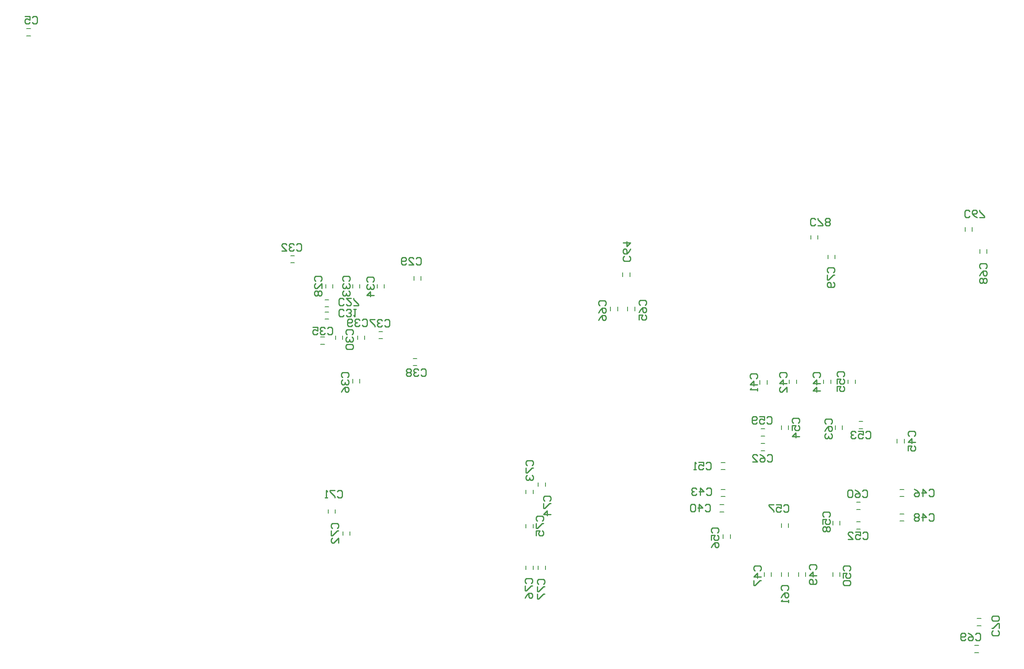
<source format=gbo>
%FSLAX44Y44*%
%MOMM*%
G71*
G01*
G75*
G04 Layer_Color=32896*
%ADD10R,2.0000X1.8000*%
%ADD11R,2.0000X3.5000*%
%ADD12R,1.5000X2.0000*%
%ADD13R,1.2000X2.0000*%
%ADD14R,1.0000X2.0000*%
%ADD15R,0.7000X2.0000*%
%ADD16O,2.1000X0.4500*%
%ADD17R,1.7000X1.1000*%
%ADD18R,2.0000X3.3000*%
%ADD19R,2.0000X2.5000*%
%ADD20R,0.5000X3.1000*%
%ADD21O,0.2500X1.5500*%
%ADD22O,1.5500X0.2500*%
%ADD23O,1.7000X0.3500*%
%ADD24R,1.5500X0.5500*%
%ADD25R,1.2000X1.2000*%
%ADD26R,2.1000X1.4000*%
%ADD27O,2.5400X0.3000*%
%ADD28O,0.3000X2.5400*%
%ADD29R,1.5500X0.4500*%
%ADD30R,1.1000X1.7000*%
%ADD31R,1.4000X2.1000*%
%ADD32R,1.2000X1.2000*%
%ADD33C,0.1500*%
%ADD34C,1.5240*%
%ADD35C,4.5000*%
%ADD36R,1.6000X1.6000*%
%ADD37C,1.6000*%
%ADD38C,1.6900*%
%ADD39R,1.6900X1.6900*%
%ADD40C,4.7600*%
%ADD41O,1.5240X4.3180*%
%ADD42O,4.0640X1.5240*%
%ADD43O,1.5240X4.0640*%
%ADD44C,1.5000*%
%ADD45R,1.5000X1.5000*%
%ADD46R,1.5000X1.5000*%
%ADD47C,1.2000*%
%ADD48R,1.2500X1.2500*%
%ADD49C,1.3500*%
%ADD50C,0.7100*%
%ADD51C,1.0160*%
%ADD52C,0.2540*%
%ADD53C,2.0160*%
%ADD54C,2.2060*%
%ADD55C,4.2160*%
%ADD56C,1.9160*%
%ADD57C,2.0160*%
G04:AMPARAMS|DCode=58|XSize=2.524mm|YSize=2.524mm|CornerRadius=0mm|HoleSize=0mm|Usage=FLASHONLY|Rotation=0.000|XOffset=0mm|YOffset=0mm|HoleType=Round|Shape=Relief|Width=0.254mm|Gap=0.254mm|Entries=4|*
%AMTHD58*
7,0,0,2.5240,2.0160,0.2540,45*
%
%ADD58THD58*%
G04:AMPARAMS|DCode=59|XSize=2.424mm|YSize=2.424mm|CornerRadius=0mm|HoleSize=0mm|Usage=FLASHONLY|Rotation=0.000|XOffset=0mm|YOffset=0mm|HoleType=Round|Shape=Relief|Width=0.254mm|Gap=0.254mm|Entries=4|*
%AMTHD59*
7,0,0,2.4240,1.9160,0.2540,45*
%
%ADD59THD59*%
%ADD60C,2.1060*%
%ADD61C,4.2760*%
%AMTHOVALD62*
21,1,2.7940,2.2860,0,0,270.0*
1,1,2.2860,0.0000,1.3970*
1,1,2.2860,0.0000,-1.3970*
21,0,2.7940,1.7780,0,0,270.0*
1,0,1.7780,0.0000,1.3970*
1,0,1.7780,0.0000,-1.3970*
4,0,4,-0.0898,1.3072,-0.8980,2.1154,-0.7184,2.2950,0.0898,1.4868,-0.0898,1.3072,0.0*
4,0,4,-0.0898,-1.4868,0.7184,-2.2950,0.8980,-2.1154,0.0898,-1.3072,-0.0898,-1.4868,0.0*
4,0,4,-0.0898,1.4868,0.7184,2.2950,0.8980,2.1154,0.0898,1.3072,-0.0898,1.4868,0.0*
4,0,4,-0.0898,-1.3072,-0.8980,-2.1154,-0.7184,-2.2950,0.0898,-1.4868,-0.0898,-1.3072,0.0*
%
%ADD62THOVALD62*%

%ADD63O,4.3180X1.7780*%
%ADD64O,1.7780X4.3180*%
%ADD65C,1.9160*%
G04:AMPARAMS|DCode=66|XSize=2.424mm|YSize=2.424mm|CornerRadius=0mm|HoleSize=0mm|Usage=FLASHONLY|Rotation=0.000|XOffset=0mm|YOffset=0mm|HoleType=Round|Shape=Relief|Width=0.254mm|Gap=0.254mm|Entries=4|*
%AMTHD66*
7,0,0,2.4240,1.9160,0.2540,45*
%
%ADD66THD66*%
%ADD67C,1.7660*%
%ADD68C,1.8160*%
G04:AMPARAMS|DCode=69|XSize=2.274mm|YSize=2.274mm|CornerRadius=0mm|HoleSize=0mm|Usage=FLASHONLY|Rotation=0.000|XOffset=0mm|YOffset=0mm|HoleType=Round|Shape=Relief|Width=0.254mm|Gap=0.254mm|Entries=4|*
%AMTHD69*
7,0,0,2.2740,1.7660,0.2540,45*
%
%ADD69THD69*%
G04:AMPARAMS|DCode=70|XSize=1.824mm|YSize=1.824mm|CornerRadius=0mm|HoleSize=0mm|Usage=FLASHONLY|Rotation=0.000|XOffset=0mm|YOffset=0mm|HoleType=Round|Shape=Relief|Width=0.254mm|Gap=0.254mm|Entries=4|*
%AMTHD70*
7,0,0,1.8240,1.3160,0.2540,45*
%
%ADD70THD70*%
%ADD71C,1.3160*%
G04:AMPARAMS|DCode=72|XSize=2.524mm|YSize=2.524mm|CornerRadius=0mm|HoleSize=0mm|Usage=FLASHONLY|Rotation=0.000|XOffset=0mm|YOffset=0mm|HoleType=Round|Shape=Relief|Width=0.254mm|Gap=0.254mm|Entries=4|*
%AMTHD72*
7,0,0,2.5240,2.0160,0.2540,45*
%
%ADD72THD72*%
G04:AMPARAMS|DCode=73|XSize=2.614mm|YSize=2.614mm|CornerRadius=0mm|HoleSize=0mm|Usage=FLASHONLY|Rotation=0.000|XOffset=0mm|YOffset=0mm|HoleType=Round|Shape=Relief|Width=0.254mm|Gap=0.254mm|Entries=4|*
%AMTHD73*
7,0,0,2.6140,2.1060,0.2540,45*
%
%ADD73THD73*%
G04:AMPARAMS|DCode=74|XSize=4.784mm|YSize=4.784mm|CornerRadius=0mm|HoleSize=0mm|Usage=FLASHONLY|Rotation=0.000|XOffset=0mm|YOffset=0mm|HoleType=Round|Shape=Relief|Width=0.254mm|Gap=0.254mm|Entries=4|*
%AMTHD74*
7,0,0,4.7840,4.2760,0.2540,45*
%
%ADD74THD74*%
%ADD75O,1.7780X4.5720*%
%AMTHOVALD76*
21,1,2.5400,2.2860,0,0,180.0*
1,1,2.2860,1.2700,0.0000*
1,1,2.2860,-1.2700,0.0000*
21,0,2.5400,1.7780,0,0,180.0*
1,0,1.7780,1.2700,0.0000*
1,0,1.7780,-1.2700,0.0000*
4,0,4,1.1802,0.0898,1.9884,0.8980,2.1680,0.7184,1.3598,-0.0898,1.1802,0.0898,0.0*
4,0,4,-1.3598,0.0898,-2.1680,-0.7184,-1.9884,-0.8980,-1.1802,-0.0898,-1.3598,0.0898,0.0*
4,0,4,1.3598,0.0898,2.1680,-0.7184,1.9884,-0.8980,1.1802,-0.0898,1.3598,0.0898,0.0*
4,0,4,-1.1802,0.0898,-1.9884,0.8980,-2.1680,0.7184,-1.3598,-0.0898,-1.1802,0.0898,0.0*
%
%ADD76THOVALD76*%

%AMTHOVALD77*
21,1,2.5400,2.2860,0,0,90.0*
1,1,2.2860,0.0000,-1.2700*
1,1,2.2860,0.0000,1.2700*
21,0,2.5400,1.7780,0,0,90.0*
1,0,1.7780,0.0000,-1.2700*
1,0,1.7780,0.0000,1.2700*
4,0,4,0.0898,-1.1802,0.8980,-1.9884,0.7184,-2.1680,-0.0898,-1.3598,0.0898,-1.1802,0.0*
4,0,4,0.0898,1.3598,-0.7184,2.1680,-0.8980,1.9884,-0.0898,1.1802,0.0898,1.3598,0.0*
4,0,4,0.0898,-1.3598,-0.7184,-2.1680,-0.8980,-1.9884,-0.0898,-1.1802,0.0898,-1.3598,0.0*
4,0,4,0.0898,1.1802,0.8980,1.9884,0.7184,2.1680,-0.0898,1.3598,0.0898,1.1802,0.0*
%
%ADD77THOVALD77*%

G04:AMPARAMS|DCode=78|XSize=2.324mm|YSize=2.324mm|CornerRadius=0mm|HoleSize=0mm|Usage=FLASHONLY|Rotation=0.000|XOffset=0mm|YOffset=0mm|HoleType=Round|Shape=Relief|Width=0.254mm|Gap=0.254mm|Entries=4|*
%AMTHD78*
7,0,0,2.3240,1.8160,0.2540,45*
%
%ADD78THD78*%
%ADD79C,0.2500*%
%ADD80C,0.2000*%
%ADD81C,0.6000*%
%ADD82C,0.1016*%
%ADD83C,0.1778*%
%ADD84C,0.2032*%
%ADD85C,0.2794*%
%ADD86C,0.5080*%
%ADD87R,2.2032X2.0032*%
%ADD88R,2.2032X3.7032*%
%ADD89R,1.7032X2.2032*%
%ADD90R,1.4032X2.2032*%
%ADD91R,1.2032X2.2032*%
%ADD92R,0.9032X2.2032*%
%ADD93O,2.3032X0.6532*%
%ADD94R,1.9032X1.3032*%
%ADD95R,2.2032X3.5032*%
%ADD96R,2.2032X2.7032*%
%ADD97R,0.7032X3.3032*%
%ADD98O,0.4532X1.7532*%
%ADD99O,1.7532X0.4532*%
%ADD100O,1.9032X0.5532*%
%ADD101R,1.7532X0.7532*%
%ADD102R,1.4032X1.4032*%
%ADD103R,2.3032X1.6032*%
%ADD104O,2.7432X0.5032*%
%ADD105O,0.5032X2.7432*%
%ADD106R,1.7532X0.6532*%
%ADD107R,1.3032X1.9032*%
%ADD108R,1.6032X2.3032*%
%ADD109R,1.4032X1.4032*%
%ADD110C,1.7272*%
%ADD111C,4.7032*%
%ADD112R,1.8032X1.8032*%
%ADD113C,1.8032*%
%ADD114C,1.8932*%
%ADD115R,1.8932X1.8932*%
%ADD116C,4.9632*%
%ADD117O,1.7272X4.5212*%
%ADD118O,4.2672X1.7272*%
%ADD119O,1.7272X4.2672*%
%ADD120C,1.7032*%
%ADD121R,1.7032X1.7032*%
%ADD122R,1.7032X1.7032*%
%ADD123C,1.4032*%
%ADD124R,1.4532X1.4532*%
%ADD125C,1.5532*%
%ADD126C,0.9132*%
D52*
X825757Y2463542D02*
X828297Y2466081D01*
X833375D01*
X835914Y2463542D01*
Y2453385D01*
X833375Y2450846D01*
X828297D01*
X825757Y2453385D01*
X810522Y2466081D02*
X820679D01*
Y2458463D01*
X815601Y2461003D01*
X813061D01*
X810522Y2458463D01*
Y2453385D01*
X813061Y2450846D01*
X818140D01*
X820679Y2453385D01*
X1471927Y1868174D02*
X1469388Y1865635D01*
X1464309D01*
X1461770Y1868174D01*
Y1878331D01*
X1464309Y1880870D01*
X1469388D01*
X1471927Y1878331D01*
X1487162Y1880870D02*
X1477005D01*
X1487162Y1870713D01*
Y1868174D01*
X1484623Y1865635D01*
X1479544D01*
X1477005Y1868174D01*
X1492240Y1865635D02*
X1502397D01*
Y1868174D01*
X1492240Y1878331D01*
Y1880870D01*
X1413514Y1916433D02*
X1410975Y1918972D01*
Y1924051D01*
X1413514Y1926590D01*
X1423671D01*
X1426210Y1924051D01*
Y1918972D01*
X1423671Y1916433D01*
X1426210Y1901198D02*
Y1911355D01*
X1416053Y1901198D01*
X1413514D01*
X1410975Y1903737D01*
Y1908816D01*
X1413514Y1911355D01*
Y1896120D02*
X1410975Y1893581D01*
Y1888502D01*
X1413514Y1885963D01*
X1416053D01*
X1418593Y1888502D01*
X1421132Y1885963D01*
X1423671D01*
X1426210Y1888502D01*
Y1893581D01*
X1423671Y1896120D01*
X1421132D01*
X1418593Y1893581D01*
X1416053Y1896120D01*
X1413514D01*
X1418593Y1893581D02*
Y1888502D01*
X1621539Y1963670D02*
X1624079Y1966209D01*
X1629157D01*
X1631696Y1963670D01*
Y1953513D01*
X1629157Y1950974D01*
X1624079D01*
X1621539Y1953513D01*
X1606304Y1950974D02*
X1616461D01*
X1606304Y1961131D01*
Y1963670D01*
X1608843Y1966209D01*
X1613922D01*
X1616461Y1963670D01*
X1601226Y1953513D02*
X1598687Y1950974D01*
X1593608D01*
X1591069Y1953513D01*
Y1963670D01*
X1593608Y1966209D01*
X1598687D01*
X1601226Y1963670D01*
Y1961131D01*
X1598687Y1958591D01*
X1591069D01*
X1478284Y1805943D02*
X1475745Y1808483D01*
Y1813561D01*
X1478284Y1816100D01*
X1488441D01*
X1490980Y1813561D01*
Y1808483D01*
X1488441Y1805943D01*
X1478284Y1800865D02*
X1475745Y1798326D01*
Y1793247D01*
X1478284Y1790708D01*
X1480823D01*
X1483362Y1793247D01*
Y1795787D01*
Y1793247D01*
X1485902Y1790708D01*
X1488441D01*
X1490980Y1793247D01*
Y1798326D01*
X1488441Y1800865D01*
X1478284Y1785630D02*
X1475745Y1783091D01*
Y1778012D01*
X1478284Y1775473D01*
X1488441D01*
X1490980Y1778012D01*
Y1783091D01*
X1488441Y1785630D01*
X1478284D01*
X1471927Y1845314D02*
X1469388Y1842775D01*
X1464309D01*
X1461770Y1845314D01*
Y1855471D01*
X1464309Y1858010D01*
X1469388D01*
X1471927Y1855471D01*
X1477005Y1845314D02*
X1479544Y1842775D01*
X1484623D01*
X1487162Y1845314D01*
Y1847853D01*
X1484623Y1850392D01*
X1482083D01*
X1484623D01*
X1487162Y1852932D01*
Y1855471D01*
X1484623Y1858010D01*
X1479544D01*
X1477005Y1855471D01*
X1492240Y1858010D02*
X1497319D01*
X1494779D01*
Y1842775D01*
X1492240Y1845314D01*
X1373127Y1992372D02*
X1375667Y1994911D01*
X1380745D01*
X1383284Y1992372D01*
Y1982215D01*
X1380745Y1979676D01*
X1375667D01*
X1373127Y1982215D01*
X1368049Y1992372D02*
X1365510Y1994911D01*
X1360431D01*
X1357892Y1992372D01*
Y1989833D01*
X1360431Y1987294D01*
X1362971D01*
X1360431D01*
X1357892Y1984754D01*
Y1982215D01*
X1360431Y1979676D01*
X1365510D01*
X1368049Y1982215D01*
X1342657Y1979676D02*
X1352814D01*
X1342657Y1989833D01*
Y1992372D01*
X1345196Y1994911D01*
X1350275D01*
X1352814Y1992372D01*
X1471934Y1916433D02*
X1469395Y1918972D01*
Y1924051D01*
X1471934Y1926590D01*
X1482091D01*
X1484630Y1924051D01*
Y1918972D01*
X1482091Y1916433D01*
X1471934Y1911355D02*
X1469395Y1908816D01*
Y1903737D01*
X1471934Y1901198D01*
X1474473D01*
X1477012Y1903737D01*
Y1906277D01*
Y1903737D01*
X1479552Y1901198D01*
X1482091D01*
X1484630Y1903737D01*
Y1908816D01*
X1482091Y1911355D01*
X1471934Y1896120D02*
X1469395Y1893581D01*
Y1888502D01*
X1471934Y1885963D01*
X1474473D01*
X1477012Y1888502D01*
Y1891042D01*
Y1888502D01*
X1479552Y1885963D01*
X1482091D01*
X1484630Y1888502D01*
Y1893581D01*
X1482091Y1896120D01*
X1521464Y1915163D02*
X1518925Y1917702D01*
Y1922781D01*
X1521464Y1925320D01*
X1531621D01*
X1534160Y1922781D01*
Y1917702D01*
X1531621Y1915163D01*
X1521464Y1910085D02*
X1518925Y1907546D01*
Y1902467D01*
X1521464Y1899928D01*
X1524003D01*
X1526543Y1902467D01*
Y1905007D01*
Y1902467D01*
X1529082Y1899928D01*
X1531621D01*
X1534160Y1902467D01*
Y1907546D01*
X1531621Y1910085D01*
X1534160Y1887232D02*
X1518925D01*
X1526543Y1894850D01*
Y1884693D01*
X1437643Y1818636D02*
X1440182Y1821175D01*
X1445261D01*
X1447800Y1818636D01*
Y1808479D01*
X1445261Y1805940D01*
X1440182D01*
X1437643Y1808479D01*
X1432565Y1818636D02*
X1430026Y1821175D01*
X1424947D01*
X1422408Y1818636D01*
Y1816097D01*
X1424947Y1813557D01*
X1427487D01*
X1424947D01*
X1422408Y1811018D01*
Y1808479D01*
X1424947Y1805940D01*
X1430026D01*
X1432565Y1808479D01*
X1407173Y1821175D02*
X1417330D01*
Y1813557D01*
X1412251Y1816097D01*
X1409712D01*
X1407173Y1813557D01*
Y1808479D01*
X1409712Y1805940D01*
X1414791D01*
X1417330Y1808479D01*
X1469394Y1717043D02*
X1466855Y1719583D01*
Y1724661D01*
X1469394Y1727200D01*
X1479551D01*
X1482090Y1724661D01*
Y1719583D01*
X1479551Y1717043D01*
X1469394Y1711965D02*
X1466855Y1709426D01*
Y1704347D01*
X1469394Y1701808D01*
X1471933D01*
X1474473Y1704347D01*
Y1706887D01*
Y1704347D01*
X1477012Y1701808D01*
X1479551D01*
X1482090Y1704347D01*
Y1709426D01*
X1479551Y1711965D01*
X1466855Y1686573D02*
X1469394Y1691651D01*
X1474473Y1696730D01*
X1479551D01*
X1482090Y1694191D01*
Y1689112D01*
X1479551Y1686573D01*
X1477012D01*
X1474473Y1689112D01*
Y1696730D01*
X1556007Y1834892D02*
X1558546Y1837431D01*
X1563625D01*
X1566164Y1834892D01*
Y1824735D01*
X1563625Y1822196D01*
X1558546D01*
X1556007Y1824735D01*
X1550929Y1834892D02*
X1548390Y1837431D01*
X1543311D01*
X1540772Y1834892D01*
Y1832353D01*
X1543311Y1829814D01*
X1545851D01*
X1543311D01*
X1540772Y1827274D01*
Y1824735D01*
X1543311Y1822196D01*
X1548390D01*
X1550929Y1824735D01*
X1535694Y1837431D02*
X1525537D01*
Y1834892D01*
X1535694Y1824735D01*
Y1822196D01*
X1631953Y1732276D02*
X1634492Y1734815D01*
X1639571D01*
X1642110Y1732276D01*
Y1722119D01*
X1639571Y1719580D01*
X1634492D01*
X1631953Y1722119D01*
X1626875Y1732276D02*
X1624336Y1734815D01*
X1619257D01*
X1616718Y1732276D01*
Y1729737D01*
X1619257Y1727198D01*
X1621797D01*
X1619257D01*
X1616718Y1724658D01*
Y1722119D01*
X1619257Y1719580D01*
X1624336D01*
X1626875Y1722119D01*
X1611640Y1732276D02*
X1609101Y1734815D01*
X1604022D01*
X1601483Y1732276D01*
Y1729737D01*
X1604022Y1727198D01*
X1601483Y1724658D01*
Y1722119D01*
X1604022Y1719580D01*
X1609101D01*
X1611640Y1722119D01*
Y1724658D01*
X1609101Y1727198D01*
X1611640Y1729737D01*
Y1732276D01*
X1609101Y1727198D02*
X1604022D01*
X1510033Y1835146D02*
X1512572Y1837685D01*
X1517651D01*
X1520190Y1835146D01*
Y1824989D01*
X1517651Y1822450D01*
X1512572D01*
X1510033Y1824989D01*
X1504955Y1835146D02*
X1502416Y1837685D01*
X1497337D01*
X1494798Y1835146D01*
Y1832607D01*
X1497337Y1830067D01*
X1499877D01*
X1497337D01*
X1494798Y1827528D01*
Y1824989D01*
X1497337Y1822450D01*
X1502416D01*
X1504955Y1824989D01*
X1489720D02*
X1487181Y1822450D01*
X1482102D01*
X1479563Y1824989D01*
Y1835146D01*
X1482102Y1837685D01*
X1487181D01*
X1489720Y1835146D01*
Y1832607D01*
X1487181Y1830067D01*
X1479563D01*
X2221233Y1451346D02*
X2223772Y1453885D01*
X2228851D01*
X2231390Y1451346D01*
Y1441189D01*
X2228851Y1438650D01*
X2223772D01*
X2221233Y1441189D01*
X2208537Y1438650D02*
Y1453885D01*
X2216155Y1446268D01*
X2205998D01*
X2200920Y1451346D02*
X2198381Y1453885D01*
X2193302D01*
X2190763Y1451346D01*
Y1441189D01*
X2193302Y1438650D01*
X2198381D01*
X2200920Y1441189D01*
Y1451346D01*
X2316484Y1714503D02*
X2313945Y1717043D01*
Y1722121D01*
X2316484Y1724660D01*
X2326641D01*
X2329180Y1722121D01*
Y1717043D01*
X2326641Y1714503D01*
X2329180Y1701807D02*
X2313945D01*
X2321562Y1709425D01*
Y1699268D01*
X2329180Y1694190D02*
Y1689111D01*
Y1691651D01*
X2313945D01*
X2316484Y1694190D01*
X2377444Y1717043D02*
X2374905Y1719583D01*
Y1724661D01*
X2377444Y1727200D01*
X2387601D01*
X2390140Y1724661D01*
Y1719583D01*
X2387601Y1717043D01*
X2390140Y1704347D02*
X2374905D01*
X2382522Y1711965D01*
Y1701808D01*
X2390140Y1686573D02*
Y1696730D01*
X2379983Y1686573D01*
X2377444D01*
X2374905Y1689112D01*
Y1694191D01*
X2377444Y1696730D01*
X2223773Y1484626D02*
X2226313Y1487165D01*
X2231391D01*
X2233930Y1484626D01*
Y1474469D01*
X2231391Y1471930D01*
X2226313D01*
X2223773Y1474469D01*
X2211077Y1471930D02*
Y1487165D01*
X2218695Y1479547D01*
X2208538D01*
X2203460Y1484626D02*
X2200921Y1487165D01*
X2195842D01*
X2193303Y1484626D01*
Y1482087D01*
X2195842Y1479547D01*
X2198382D01*
X2195842D01*
X2193303Y1477008D01*
Y1474469D01*
X2195842Y1471930D01*
X2200921D01*
X2203460Y1474469D01*
X2447294Y1717043D02*
X2444755Y1719583D01*
Y1724661D01*
X2447294Y1727200D01*
X2457451D01*
X2459990Y1724661D01*
Y1719583D01*
X2457451Y1717043D01*
X2459990Y1704347D02*
X2444755D01*
X2452372Y1711965D01*
Y1701808D01*
X2459990Y1689112D02*
X2444755D01*
X2452372Y1696730D01*
Y1686573D01*
X2644144Y1595123D02*
X2641605Y1597663D01*
Y1602741D01*
X2644144Y1605280D01*
X2654301D01*
X2656840Y1602741D01*
Y1597663D01*
X2654301Y1595123D01*
X2656840Y1582427D02*
X2641605D01*
X2649222Y1590045D01*
Y1579888D01*
X2641605Y1564653D02*
Y1574810D01*
X2649222D01*
X2646683Y1569731D01*
Y1567192D01*
X2649222Y1564653D01*
X2654301D01*
X2656840Y1567192D01*
Y1572271D01*
X2654301Y1574810D01*
X2684783Y1482086D02*
X2687322Y1484625D01*
X2692401D01*
X2694940Y1482086D01*
Y1471929D01*
X2692401Y1469390D01*
X2687322D01*
X2684783Y1471929D01*
X2672087Y1469390D02*
Y1484625D01*
X2679705Y1477007D01*
X2669548D01*
X2654313Y1484625D02*
X2659391Y1482086D01*
X2664470Y1477007D01*
Y1471929D01*
X2661931Y1469390D01*
X2656852D01*
X2654313Y1471929D01*
Y1474468D01*
X2656852Y1477007D01*
X2664470D01*
X2324104Y1315723D02*
X2321565Y1318262D01*
Y1323341D01*
X2324104Y1325880D01*
X2334261D01*
X2336800Y1323341D01*
Y1318262D01*
X2334261Y1315723D01*
X2336800Y1303027D02*
X2321565D01*
X2329182Y1310645D01*
Y1300488D01*
X2321565Y1295410D02*
Y1285253D01*
X2324104D01*
X2334261Y1295410D01*
X2336800D01*
X2684783Y1431286D02*
X2687322Y1433825D01*
X2692401D01*
X2694940Y1431286D01*
Y1421129D01*
X2692401Y1418590D01*
X2687322D01*
X2684783Y1421129D01*
X2672087Y1418590D02*
Y1433825D01*
X2679705Y1426207D01*
X2669548D01*
X2664470Y1431286D02*
X2661931Y1433825D01*
X2656852D01*
X2654313Y1431286D01*
Y1428747D01*
X2656852Y1426207D01*
X2654313Y1423668D01*
Y1421129D01*
X2656852Y1418590D01*
X2661931D01*
X2664470Y1421129D01*
Y1423668D01*
X2661931Y1426207D01*
X2664470Y1428747D01*
Y1431286D01*
X2661931Y1426207D02*
X2656852D01*
X2439674Y1318263D02*
X2437135Y1320802D01*
Y1325881D01*
X2439674Y1328420D01*
X2449831D01*
X2452370Y1325881D01*
Y1320802D01*
X2449831Y1318263D01*
X2452370Y1305567D02*
X2437135D01*
X2444753Y1313185D01*
Y1303028D01*
X2449831Y1297950D02*
X2452370Y1295411D01*
Y1290332D01*
X2449831Y1287793D01*
X2439674D01*
X2437135Y1290332D01*
Y1295411D01*
X2439674Y1297950D01*
X2442213D01*
X2444753Y1295411D01*
Y1287793D01*
X2509524Y1315723D02*
X2506985Y1318262D01*
Y1323341D01*
X2509524Y1325880D01*
X2519681D01*
X2522220Y1323341D01*
Y1318262D01*
X2519681Y1315723D01*
X2506985Y1300488D02*
Y1310645D01*
X2514603D01*
X2512063Y1305567D01*
Y1303027D01*
X2514603Y1300488D01*
X2519681D01*
X2522220Y1303027D01*
Y1308106D01*
X2519681Y1310645D01*
X2509524Y1295410D02*
X2506985Y1292871D01*
Y1287792D01*
X2509524Y1285253D01*
X2519681D01*
X2522220Y1287792D01*
Y1292871D01*
X2519681Y1295410D01*
X2509524D01*
X2222503Y1537966D02*
X2225043Y1540505D01*
X2230121D01*
X2232660Y1537966D01*
Y1527809D01*
X2230121Y1525270D01*
X2225043D01*
X2222503Y1527809D01*
X2207268Y1540505D02*
X2217425D01*
Y1532888D01*
X2212347Y1535427D01*
X2209807D01*
X2207268Y1532888D01*
Y1527809D01*
X2209807Y1525270D01*
X2214886D01*
X2217425Y1527809D01*
X2202190Y1525270D02*
X2197112D01*
X2199651D01*
Y1540505D01*
X2202190Y1537966D01*
X2547623Y1393186D02*
X2550163Y1395725D01*
X2555241D01*
X2557780Y1393186D01*
Y1383029D01*
X2555241Y1380490D01*
X2550163D01*
X2547623Y1383029D01*
X2532388Y1395725D02*
X2542545D01*
Y1388107D01*
X2537467Y1390647D01*
X2534927D01*
X2532388Y1388107D01*
Y1383029D01*
X2534927Y1380490D01*
X2540006D01*
X2542545Y1383029D01*
X2517153Y1380490D02*
X2527310D01*
X2517153Y1390647D01*
Y1393186D01*
X2519692Y1395725D01*
X2524771D01*
X2527310Y1393186D01*
X2553973Y1602736D02*
X2556512Y1605275D01*
X2561591D01*
X2564130Y1602736D01*
Y1592579D01*
X2561591Y1590040D01*
X2556512D01*
X2553973Y1592579D01*
X2538738Y1605275D02*
X2548895D01*
Y1597657D01*
X2543817Y1600197D01*
X2541277D01*
X2538738Y1597657D01*
Y1592579D01*
X2541277Y1590040D01*
X2546356D01*
X2548895Y1592579D01*
X2533660Y1602736D02*
X2531121Y1605275D01*
X2526042D01*
X2523503Y1602736D01*
Y1600197D01*
X2526042Y1597657D01*
X2528582D01*
X2526042D01*
X2523503Y1595118D01*
Y1592579D01*
X2526042Y1590040D01*
X2531121D01*
X2533660Y1592579D01*
X2404114Y1621793D02*
X2401575Y1624332D01*
Y1629411D01*
X2404114Y1631950D01*
X2414271D01*
X2416810Y1629411D01*
Y1624332D01*
X2414271Y1621793D01*
X2401575Y1606558D02*
Y1616715D01*
X2409193D01*
X2406653Y1611637D01*
Y1609097D01*
X2409193Y1606558D01*
X2414271D01*
X2416810Y1609097D01*
Y1614176D01*
X2414271Y1616715D01*
X2416810Y1593862D02*
X2401575D01*
X2409193Y1601480D01*
Y1591323D01*
X2496824Y1718313D02*
X2494285Y1720853D01*
Y1725931D01*
X2496824Y1728470D01*
X2506981D01*
X2509520Y1725931D01*
Y1720853D01*
X2506981Y1718313D01*
X2494285Y1703078D02*
Y1713235D01*
X2501902D01*
X2499363Y1708157D01*
Y1705617D01*
X2501902Y1703078D01*
X2506981D01*
X2509520Y1705617D01*
Y1710696D01*
X2506981Y1713235D01*
X2494285Y1687843D02*
Y1698000D01*
X2501902D01*
X2499363Y1692921D01*
Y1690382D01*
X2501902Y1687843D01*
X2506981D01*
X2509520Y1690382D01*
Y1695461D01*
X2506981Y1698000D01*
X2236474Y1394463D02*
X2233935Y1397003D01*
Y1402081D01*
X2236474Y1404620D01*
X2246631D01*
X2249170Y1402081D01*
Y1397003D01*
X2246631Y1394463D01*
X2233935Y1379228D02*
Y1389385D01*
X2241552D01*
X2239013Y1384307D01*
Y1381767D01*
X2241552Y1379228D01*
X2246631D01*
X2249170Y1381767D01*
Y1386846D01*
X2246631Y1389385D01*
X2233935Y1363993D02*
X2236474Y1369072D01*
X2241552Y1374150D01*
X2246631D01*
X2249170Y1371611D01*
Y1366532D01*
X2246631Y1363993D01*
X2244092D01*
X2241552Y1366532D01*
Y1374150D01*
X2383539Y1450590D02*
X2386078Y1453129D01*
X2391157D01*
X2393696Y1450590D01*
Y1440433D01*
X2391157Y1437894D01*
X2386078D01*
X2383539Y1440433D01*
X2368304Y1453129D02*
X2378461D01*
Y1445511D01*
X2373383Y1448051D01*
X2370843D01*
X2368304Y1445511D01*
Y1440433D01*
X2370843Y1437894D01*
X2375922D01*
X2378461Y1440433D01*
X2363226Y1453129D02*
X2353069D01*
Y1450590D01*
X2363226Y1440433D01*
Y1437894D01*
X2467614Y1427483D02*
X2465075Y1430022D01*
Y1435101D01*
X2467614Y1437640D01*
X2477771D01*
X2480310Y1435101D01*
Y1430022D01*
X2477771Y1427483D01*
X2465075Y1412248D02*
Y1422405D01*
X2472693D01*
X2470153Y1417327D01*
Y1414787D01*
X2472693Y1412248D01*
X2477771D01*
X2480310Y1414787D01*
Y1419866D01*
X2477771Y1422405D01*
X2467614Y1407170D02*
X2465075Y1404631D01*
Y1399552D01*
X2467614Y1397013D01*
X2470153D01*
X2472693Y1399552D01*
X2475232Y1397013D01*
X2477771D01*
X2480310Y1399552D01*
Y1404631D01*
X2477771Y1407170D01*
X2475232D01*
X2472693Y1404631D01*
X2470153Y1407170D01*
X2467614D01*
X2472693Y1404631D02*
Y1399552D01*
X2348487Y1632962D02*
X2351026Y1635501D01*
X2356105D01*
X2358644Y1632962D01*
Y1622805D01*
X2356105Y1620266D01*
X2351026D01*
X2348487Y1622805D01*
X2333252Y1635501D02*
X2343409D01*
Y1627883D01*
X2338331Y1630423D01*
X2335791D01*
X2333252Y1627883D01*
Y1622805D01*
X2335791Y1620266D01*
X2340870D01*
X2343409Y1622805D01*
X2328174D02*
X2325635Y1620266D01*
X2320556D01*
X2318017Y1622805D01*
Y1632962D01*
X2320556Y1635501D01*
X2325635D01*
X2328174Y1632962D01*
Y1630423D01*
X2325635Y1627883D01*
X2318017D01*
X2546607Y1480562D02*
X2549147Y1483101D01*
X2554225D01*
X2556764Y1480562D01*
Y1470405D01*
X2554225Y1467866D01*
X2549147D01*
X2546607Y1470405D01*
X2531372Y1483101D02*
X2536451Y1480562D01*
X2541529Y1475484D01*
Y1470405D01*
X2538990Y1467866D01*
X2533911D01*
X2531372Y1470405D01*
Y1472944D01*
X2533911Y1475484D01*
X2541529D01*
X2526294Y1480562D02*
X2523755Y1483101D01*
X2518676D01*
X2516137Y1480562D01*
Y1470405D01*
X2518676Y1467866D01*
X2523755D01*
X2526294Y1470405D01*
Y1480562D01*
X2381254Y1275083D02*
X2378715Y1277623D01*
Y1282701D01*
X2381254Y1285240D01*
X2391411D01*
X2393950Y1282701D01*
Y1277623D01*
X2391411Y1275083D01*
X2378715Y1259848D02*
X2381254Y1264927D01*
X2386333Y1270005D01*
X2391411D01*
X2393950Y1267466D01*
Y1262387D01*
X2391411Y1259848D01*
X2388872D01*
X2386333Y1262387D01*
Y1270005D01*
X2393950Y1254770D02*
Y1249691D01*
Y1252231D01*
X2378715D01*
X2381254Y1254770D01*
X2349503Y1554476D02*
X2352043Y1557015D01*
X2357121D01*
X2359660Y1554476D01*
Y1544319D01*
X2357121Y1541780D01*
X2352043D01*
X2349503Y1544319D01*
X2334268Y1557015D02*
X2339347Y1554476D01*
X2344425Y1549397D01*
Y1544319D01*
X2341886Y1541780D01*
X2336807D01*
X2334268Y1544319D01*
Y1546858D01*
X2336807Y1549397D01*
X2344425D01*
X2319033Y1541780D02*
X2329190D01*
X2319033Y1551937D01*
Y1554476D01*
X2321572Y1557015D01*
X2326651D01*
X2329190Y1554476D01*
X2471424Y1620523D02*
X2468885Y1623062D01*
Y1628141D01*
X2471424Y1630680D01*
X2481581D01*
X2484120Y1628141D01*
Y1623062D01*
X2481581Y1620523D01*
X2468885Y1605288D02*
X2471424Y1610367D01*
X2476503Y1615445D01*
X2481581D01*
X2484120Y1612906D01*
Y1607827D01*
X2481581Y1605288D01*
X2479042D01*
X2476503Y1607827D01*
Y1615445D01*
X2471424Y1600210D02*
X2468885Y1597671D01*
Y1592592D01*
X2471424Y1590053D01*
X2473963D01*
X2476503Y1592592D01*
Y1595132D01*
Y1592592D01*
X2479042Y1590053D01*
X2481581D01*
X2484120Y1592592D01*
Y1597671D01*
X2481581Y1600210D01*
X2063746Y1968497D02*
X2066285Y1965957D01*
Y1960879D01*
X2063746Y1958340D01*
X2053589D01*
X2051050Y1960879D01*
Y1965957D01*
X2053589Y1968497D01*
X2066285Y1983732D02*
X2063746Y1978653D01*
X2058667Y1973575D01*
X2053589D01*
X2051050Y1976114D01*
Y1981193D01*
X2053589Y1983732D01*
X2056128D01*
X2058667Y1981193D01*
Y1973575D01*
X2051050Y1996428D02*
X2066285D01*
X2058667Y1988810D01*
Y1998967D01*
X2086614Y1866903D02*
X2084075Y1869442D01*
Y1874521D01*
X2086614Y1877060D01*
X2096771D01*
X2099310Y1874521D01*
Y1869442D01*
X2096771Y1866903D01*
X2084075Y1851668D02*
X2086614Y1856747D01*
X2091693Y1861825D01*
X2096771D01*
X2099310Y1859286D01*
Y1854207D01*
X2096771Y1851668D01*
X2094232D01*
X2091693Y1854207D01*
Y1861825D01*
X2084075Y1836433D02*
Y1846590D01*
X2091693D01*
X2089153Y1841512D01*
Y1838972D01*
X2091693Y1836433D01*
X2096771D01*
X2099310Y1838972D01*
Y1844051D01*
X2096771Y1846590D01*
X2002794Y1865633D02*
X2000255Y1868172D01*
Y1873251D01*
X2002794Y1875790D01*
X2012951D01*
X2015490Y1873251D01*
Y1868172D01*
X2012951Y1865633D01*
X2000255Y1850398D02*
X2002794Y1855477D01*
X2007872Y1860555D01*
X2012951D01*
X2015490Y1858016D01*
Y1852937D01*
X2012951Y1850398D01*
X2010412D01*
X2007872Y1852937D01*
Y1860555D01*
X2000255Y1835163D02*
X2002794Y1840242D01*
X2007872Y1845320D01*
X2012951D01*
X2015490Y1842781D01*
Y1837702D01*
X2012951Y1835163D01*
X2010412D01*
X2007872Y1837702D01*
Y1845320D01*
X2769867Y2051054D02*
X2767328Y2048515D01*
X2762249D01*
X2759710Y2051054D01*
Y2061211D01*
X2762249Y2063750D01*
X2767328D01*
X2769867Y2061211D01*
X2785102Y2048515D02*
X2780023Y2051054D01*
X2774945Y2056133D01*
Y2061211D01*
X2777484Y2063750D01*
X2782563D01*
X2785102Y2061211D01*
Y2058672D01*
X2782563Y2056133D01*
X2774945D01*
X2790180Y2048515D02*
X2800337D01*
Y2051054D01*
X2790180Y2061211D01*
Y2063750D01*
X2792734Y1943103D02*
X2790195Y1945643D01*
Y1950721D01*
X2792734Y1953260D01*
X2802891D01*
X2805430Y1950721D01*
Y1945643D01*
X2802891Y1943103D01*
X2790195Y1927868D02*
X2792734Y1932947D01*
X2797812Y1938025D01*
X2802891D01*
X2805430Y1935486D01*
Y1930407D01*
X2802891Y1927868D01*
X2800352D01*
X2797812Y1930407D01*
Y1938025D01*
X2792734Y1922790D02*
X2790195Y1920251D01*
Y1915172D01*
X2792734Y1912633D01*
X2795273D01*
X2797812Y1915172D01*
X2800352Y1912633D01*
X2802891D01*
X2805430Y1915172D01*
Y1920251D01*
X2802891Y1922790D01*
X2800352D01*
X2797812Y1920251D01*
X2795273Y1922790D01*
X2792734D01*
X2797812Y1920251D02*
Y1915172D01*
X2781303Y1183636D02*
X2783842Y1186175D01*
X2788921D01*
X2791460Y1183636D01*
Y1173479D01*
X2788921Y1170940D01*
X2783842D01*
X2781303Y1173479D01*
X2766068Y1186175D02*
X2771147Y1183636D01*
X2776225Y1178558D01*
Y1173479D01*
X2773686Y1170940D01*
X2768607D01*
X2766068Y1173479D01*
Y1176018D01*
X2768607Y1178558D01*
X2776225D01*
X2760990Y1173479D02*
X2758451Y1170940D01*
X2753372D01*
X2750833Y1173479D01*
Y1183636D01*
X2753372Y1186175D01*
X2758451D01*
X2760990Y1183636D01*
Y1181097D01*
X2758451Y1178558D01*
X2750833D01*
X2828286Y1191257D02*
X2830825Y1188717D01*
Y1183639D01*
X2828286Y1181100D01*
X2818129D01*
X2815590Y1183639D01*
Y1188717D01*
X2818129Y1191257D01*
X2830825Y1196335D02*
Y1206492D01*
X2828286D01*
X2818129Y1196335D01*
X2815590D01*
X2828286Y1211570D02*
X2830825Y1214109D01*
Y1219188D01*
X2828286Y1221727D01*
X2818129D01*
X2815590Y1219188D01*
Y1214109D01*
X2818129Y1211570D01*
X2828286D01*
X1457963Y1479546D02*
X1460502Y1482085D01*
X1465581D01*
X1468120Y1479546D01*
Y1469389D01*
X1465581Y1466850D01*
X1460502D01*
X1457963Y1469389D01*
X1452885Y1482085D02*
X1442728D01*
Y1479546D01*
X1452885Y1469389D01*
Y1466850D01*
X1437650D02*
X1432572D01*
X1435111D01*
Y1482085D01*
X1437650Y1479546D01*
X1447804Y1403353D02*
X1445265Y1405892D01*
Y1410971D01*
X1447804Y1413510D01*
X1457961D01*
X1460500Y1410971D01*
Y1405892D01*
X1457961Y1403353D01*
X1445265Y1398275D02*
Y1388118D01*
X1447804D01*
X1457961Y1398275D01*
X1460500D01*
Y1372883D02*
Y1383040D01*
X1450343Y1372883D01*
X1447804D01*
X1445265Y1375422D01*
Y1380501D01*
X1447804Y1383040D01*
X1851664Y1534163D02*
X1849125Y1536703D01*
Y1541781D01*
X1851664Y1544320D01*
X1861821D01*
X1864360Y1541781D01*
Y1536703D01*
X1861821Y1534163D01*
X1849125Y1529085D02*
Y1518928D01*
X1851664D01*
X1861821Y1529085D01*
X1864360D01*
X1851664Y1513850D02*
X1849125Y1511311D01*
Y1506232D01*
X1851664Y1503693D01*
X1854203D01*
X1856743Y1506232D01*
Y1508772D01*
Y1506232D01*
X1859282Y1503693D01*
X1861821D01*
X1864360Y1506232D01*
Y1511311D01*
X1861821Y1513850D01*
X1888494Y1460503D02*
X1885955Y1463042D01*
Y1468121D01*
X1888494Y1470660D01*
X1898651D01*
X1901190Y1468121D01*
Y1463042D01*
X1898651Y1460503D01*
X1885955Y1455425D02*
Y1445268D01*
X1888494D01*
X1898651Y1455425D01*
X1901190D01*
Y1432572D02*
X1885955D01*
X1893573Y1440190D01*
Y1430033D01*
X1873254Y1418593D02*
X1870715Y1421133D01*
Y1426211D01*
X1873254Y1428750D01*
X1883411D01*
X1885950Y1426211D01*
Y1421133D01*
X1883411Y1418593D01*
X1870715Y1413515D02*
Y1403358D01*
X1873254D01*
X1883411Y1413515D01*
X1885950D01*
X1870715Y1388123D02*
Y1398280D01*
X1878333D01*
X1875793Y1393201D01*
Y1390662D01*
X1878333Y1388123D01*
X1883411D01*
X1885950Y1390662D01*
Y1395741D01*
X1883411Y1398280D01*
X1850394Y1289053D02*
X1847855Y1291593D01*
Y1296671D01*
X1850394Y1299210D01*
X1860551D01*
X1863090Y1296671D01*
Y1291593D01*
X1860551Y1289053D01*
X1847855Y1283975D02*
Y1273818D01*
X1850394D01*
X1860551Y1283975D01*
X1863090D01*
X1847855Y1258583D02*
X1850394Y1263661D01*
X1855473Y1268740D01*
X1860551D01*
X1863090Y1266201D01*
Y1261122D01*
X1860551Y1258583D01*
X1858012D01*
X1855473Y1261122D01*
Y1268740D01*
X1875794Y1287783D02*
X1873255Y1290323D01*
Y1295401D01*
X1875794Y1297940D01*
X1885951D01*
X1888490Y1295401D01*
Y1290323D01*
X1885951Y1287783D01*
X1873255Y1282705D02*
Y1272548D01*
X1875794D01*
X1885951Y1282705D01*
X1888490D01*
X1873255Y1267470D02*
Y1257313D01*
X1875794D01*
X1885951Y1267470D01*
X1888490D01*
X2449827Y2034544D02*
X2447287Y2032005D01*
X2442209D01*
X2439670Y2034544D01*
Y2044701D01*
X2442209Y2047240D01*
X2447287D01*
X2449827Y2044701D01*
X2454905Y2032005D02*
X2465062D01*
Y2034544D01*
X2454905Y2044701D01*
Y2047240D01*
X2470140Y2034544D02*
X2472679Y2032005D01*
X2477758D01*
X2480297Y2034544D01*
Y2037083D01*
X2477758Y2039622D01*
X2480297Y2042162D01*
Y2044701D01*
X2477758Y2047240D01*
X2472679D01*
X2470140Y2044701D01*
Y2042162D01*
X2472679Y2039622D01*
X2470140Y2037083D01*
Y2034544D01*
X2472679Y2039622D02*
X2477758D01*
X2476504Y1934213D02*
X2473965Y1936752D01*
Y1941831D01*
X2476504Y1944370D01*
X2486661D01*
X2489200Y1941831D01*
Y1936752D01*
X2486661Y1934213D01*
X2473965Y1929135D02*
Y1918978D01*
X2476504D01*
X2486661Y1929135D01*
X2489200D01*
X2486661Y1913900D02*
X2489200Y1911361D01*
Y1906282D01*
X2486661Y1903743D01*
X2476504D01*
X2473965Y1906282D01*
Y1911361D01*
X2476504Y1913900D01*
X2479043D01*
X2481582Y1911361D01*
Y1903743D01*
D80*
X813880Y2425820D02*
X821880D01*
X813880Y2440820D02*
X821880D01*
X1544130Y1812170D02*
X1552130D01*
X1544130Y1797170D02*
X1552130D01*
X1361250Y1969650D02*
X1369250D01*
X1361250Y1954650D02*
X1369250D01*
X1616830Y1918780D02*
Y1926780D01*
X1631830Y1918780D02*
Y1926780D01*
X2534730Y1442840D02*
X2542730D01*
X2534730Y1457840D02*
X2542730D01*
X2336610Y1595240D02*
X2344610D01*
X2336610Y1610240D02*
X2344610D01*
X2393830Y1405700D02*
Y1413700D01*
X2378830Y1405700D02*
Y1413700D01*
X1432370Y1878210D02*
X1440370D01*
X1432370Y1863210D02*
X1440370D01*
X1448950Y1902270D02*
Y1910270D01*
X1433950Y1902270D02*
Y1910270D01*
X1489830Y1902270D02*
Y1910270D01*
X1504830Y1902270D02*
Y1910270D01*
X1540630Y1902270D02*
Y1910270D01*
X1555630Y1902270D02*
Y1910270D01*
X1432370Y1852810D02*
X1440370D01*
X1432370Y1837810D02*
X1440370D01*
X1423480Y1785740D02*
X1431480D01*
X1423480Y1800740D02*
X1431480D01*
X1514990Y1795590D02*
Y1803590D01*
X1499990Y1795590D02*
Y1803590D01*
X1454270Y1795590D02*
Y1803590D01*
X1469270Y1795590D02*
Y1803590D01*
X1615250Y1741290D02*
X1623250D01*
X1615250Y1756290D02*
X1623250D01*
X1489830Y1705420D02*
Y1713420D01*
X1504830Y1705420D02*
Y1713420D01*
X1454030Y1434910D02*
Y1442910D01*
X1439030Y1434910D02*
Y1442910D01*
X1864240Y1318070D02*
Y1326070D01*
X1849240Y1318070D02*
Y1326070D01*
X1874640Y1318070D02*
Y1326070D01*
X1889640Y1318070D02*
Y1326070D01*
X1874640Y1490790D02*
Y1498790D01*
X1889640Y1490790D02*
Y1498790D01*
X1864240Y1475550D02*
Y1483550D01*
X1849240Y1475550D02*
Y1483550D01*
Y1404430D02*
Y1412430D01*
X1864240Y1404430D02*
Y1412430D01*
X2784920Y1216540D02*
X2792920D01*
X2784920Y1201540D02*
X2792920D01*
X2490350Y1963230D02*
Y1971230D01*
X2475350Y1963230D02*
Y1971230D01*
X2790310Y1974660D02*
Y1982660D01*
X2805310Y1974660D02*
Y1982660D01*
X2049900Y1926400D02*
Y1934400D01*
X2064900Y1926400D02*
Y1934400D01*
X2075060Y1855280D02*
Y1863280D01*
X2060060Y1855280D02*
Y1863280D01*
X2039500Y1855280D02*
Y1863280D01*
X2024500Y1855280D02*
Y1863280D01*
X2349380Y1702880D02*
Y1710880D01*
X2334380Y1702880D02*
Y1710880D01*
X2410340Y1704150D02*
Y1712150D01*
X2395340Y1704150D02*
Y1712150D01*
X2481460Y1704150D02*
Y1712150D01*
X2466460Y1704150D02*
Y1712150D01*
X2532260Y1704150D02*
Y1712150D01*
X2517260Y1704150D02*
Y1712150D01*
X2505590Y1608900D02*
Y1616900D01*
X2490590Y1608900D02*
Y1616900D01*
X2539810Y1625480D02*
X2547810D01*
X2539810Y1610480D02*
X2547810D01*
X2633860Y1580960D02*
Y1588960D01*
X2618860Y1580960D02*
Y1588960D01*
X2378830Y1608900D02*
Y1616900D01*
X2393830Y1608900D02*
Y1616900D01*
X2336610Y1579760D02*
X2344610D01*
X2336610Y1564760D02*
X2344610D01*
X2251520Y1452500D02*
X2259520D01*
X2251520Y1437500D02*
X2259520D01*
X2254060Y1484510D02*
X2262060D01*
X2254060Y1469510D02*
X2262060D01*
X2254060Y1525390D02*
X2262060D01*
X2254060Y1540390D02*
X2262060D01*
X2258180Y1382840D02*
Y1390840D01*
X2273180Y1382840D02*
Y1390840D01*
X2624900Y1433710D02*
X2632900D01*
X2624900Y1418710D02*
X2632900D01*
X2624900Y1484510D02*
X2632900D01*
X2624900Y1469510D02*
X2632900D01*
X2534730Y1417200D02*
X2542730D01*
X2534730Y1402200D02*
X2542730D01*
X2500510Y1410780D02*
Y1418780D01*
X2485510Y1410780D02*
Y1418780D01*
X2500510Y1304100D02*
Y1312100D01*
X2485510Y1304100D02*
Y1312100D01*
X2429390Y1304100D02*
Y1312100D01*
X2414390Y1304100D02*
Y1312100D01*
X2393830Y1304100D02*
Y1312100D01*
X2378830Y1304100D02*
Y1312100D01*
X2358270Y1304100D02*
Y1312100D01*
X2343270Y1304100D02*
Y1312100D01*
X2779840Y1160660D02*
X2787840D01*
X2779840Y1145660D02*
X2787840D01*
X2454790Y2003870D02*
Y2011870D01*
X2439790Y2003870D02*
Y2011870D01*
X2774830Y2020380D02*
Y2028380D01*
X2759830Y2020380D02*
Y2028380D01*
X1484510Y1389190D02*
Y1397190D01*
X1469510Y1389190D02*
Y1397190D01*
M02*

</source>
